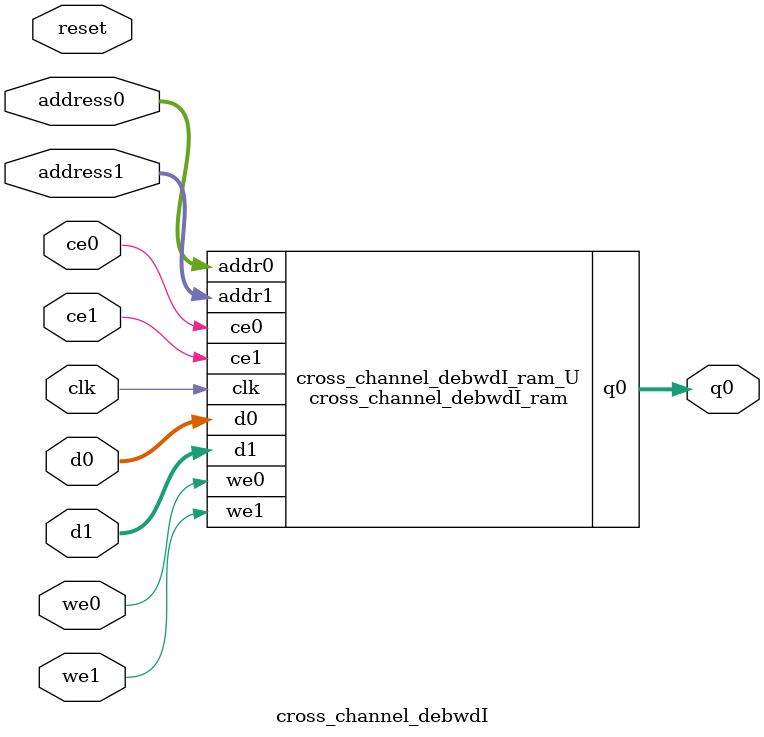
<source format=v>
`timescale 1 ns / 1 ps
module cross_channel_debwdI_ram (addr0, ce0, d0, we0, q0, addr1, ce1, d1, we1,  clk);

parameter DWIDTH = 8;
parameter AWIDTH = 14;
parameter MEM_SIZE = 16384;

input[AWIDTH-1:0] addr0;
input ce0;
input[DWIDTH-1:0] d0;
input we0;
output reg[DWIDTH-1:0] q0;
input[AWIDTH-1:0] addr1;
input ce1;
input[DWIDTH-1:0] d1;
input we1;
input clk;

(* ram_style = "block" *)reg [DWIDTH-1:0] ram[0:MEM_SIZE-1];




always @(posedge clk)  
begin 
    if (ce0) begin
        if (we0) 
            ram[addr0] <= d0; 
        q0 <= ram[addr0];
    end
end


always @(posedge clk)  
begin 
    if (ce1) begin
        if (we1) 
            ram[addr1] <= d1; 
    end
end


endmodule

`timescale 1 ns / 1 ps
module cross_channel_debwdI(
    reset,
    clk,
    address0,
    ce0,
    we0,
    d0,
    q0,
    address1,
    ce1,
    we1,
    d1);

parameter DataWidth = 32'd8;
parameter AddressRange = 32'd16384;
parameter AddressWidth = 32'd14;
input reset;
input clk;
input[AddressWidth - 1:0] address0;
input ce0;
input we0;
input[DataWidth - 1:0] d0;
output[DataWidth - 1:0] q0;
input[AddressWidth - 1:0] address1;
input ce1;
input we1;
input[DataWidth - 1:0] d1;



cross_channel_debwdI_ram cross_channel_debwdI_ram_U(
    .clk( clk ),
    .addr0( address0 ),
    .ce0( ce0 ),
    .we0( we0 ),
    .d0( d0 ),
    .q0( q0 ),
    .addr1( address1 ),
    .ce1( ce1 ),
    .we1( we1 ),
    .d1( d1 ));

endmodule


</source>
